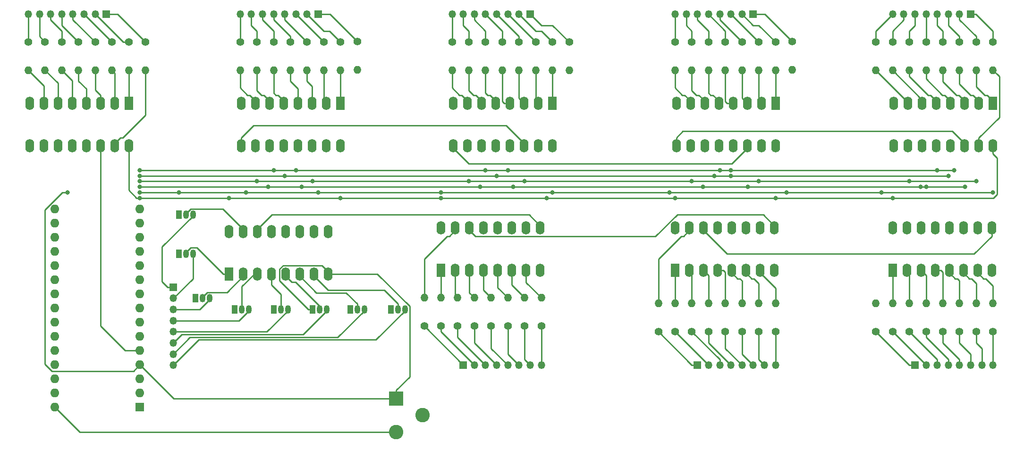
<source format=gtl>
G04 #@! TF.GenerationSoftware,KiCad,Pcbnew,(5.1.4-0-10_14)*
G04 #@! TF.CreationDate,2019-12-07T21:02:57+00:00*
G04 #@! TF.ProjectId,LED_cube_with_74HCT595,4c45445f-6375-4626-955f-776974685f37,rev?*
G04 #@! TF.SameCoordinates,Original*
G04 #@! TF.FileFunction,Copper,L1,Top*
G04 #@! TF.FilePolarity,Positive*
%FSLAX46Y46*%
G04 Gerber Fmt 4.6, Leading zero omitted, Abs format (unit mm)*
G04 Created by KiCad (PCBNEW (5.1.4-0-10_14)) date 2019-12-07 21:02:57*
%MOMM*%
%LPD*%
G04 APERTURE LIST*
%ADD10O,1.600000X1.600000*%
%ADD11R,1.600000X1.600000*%
%ADD12O,1.600000X2.400000*%
%ADD13R,1.600000X2.400000*%
%ADD14O,1.350000X1.350000*%
%ADD15R,1.350000X1.350000*%
%ADD16O,1.050000X1.500000*%
%ADD17R,1.050000X1.500000*%
%ADD18C,1.400000*%
%ADD19O,1.400000X1.400000*%
%ADD20R,2.600000X2.600000*%
%ADD21C,2.600000*%
%ADD22C,0.800000*%
%ADD23C,0.250000*%
G04 APERTURE END LIST*
D10*
X31760000Y-63000000D03*
X47000000Y-63000000D03*
X31760000Y-98560000D03*
X47000000Y-65540000D03*
X31760000Y-96020000D03*
X47000000Y-68080000D03*
X31760000Y-93480000D03*
X47000000Y-70620000D03*
X31760000Y-90940000D03*
X47000000Y-73160000D03*
X31760000Y-88400000D03*
X47000000Y-75700000D03*
X31760000Y-85860000D03*
X47000000Y-78240000D03*
X31760000Y-83320000D03*
X47000000Y-80780000D03*
X31760000Y-80780000D03*
X47000000Y-83320000D03*
X31760000Y-78240000D03*
X47000000Y-85860000D03*
X31760000Y-75700000D03*
X47000000Y-88400000D03*
X31760000Y-73160000D03*
X47000000Y-90940000D03*
X31760000Y-70620000D03*
X47000000Y-93480000D03*
X31760000Y-68080000D03*
X47000000Y-96020000D03*
X31760000Y-65540000D03*
D11*
X47000000Y-98560000D03*
D12*
X200000000Y-51620000D03*
X182220000Y-44000000D03*
X197460000Y-51620000D03*
X184760000Y-44000000D03*
X194920000Y-51620000D03*
X187300000Y-44000000D03*
X192380000Y-51620000D03*
X189840000Y-44000000D03*
X189840000Y-51620000D03*
X192380000Y-44000000D03*
X187300000Y-51620000D03*
X194920000Y-44000000D03*
X184760000Y-51620000D03*
X197460000Y-44000000D03*
X182220000Y-51620000D03*
D13*
X200000000Y-44000000D03*
D12*
X161000000Y-51620000D03*
X143220000Y-44000000D03*
X158460000Y-51620000D03*
X145760000Y-44000000D03*
X155920000Y-51620000D03*
X148300000Y-44000000D03*
X153380000Y-51620000D03*
X150840000Y-44000000D03*
X150840000Y-51620000D03*
X153380000Y-44000000D03*
X148300000Y-51620000D03*
X155920000Y-44000000D03*
X145760000Y-51620000D03*
X158460000Y-44000000D03*
X143220000Y-51620000D03*
D13*
X161000000Y-44000000D03*
X101000000Y-74000000D03*
D12*
X118780000Y-66380000D03*
X103540000Y-74000000D03*
X116240000Y-66380000D03*
X106080000Y-74000000D03*
X113700000Y-66380000D03*
X108620000Y-74000000D03*
X111160000Y-66380000D03*
X111160000Y-74000000D03*
X108620000Y-66380000D03*
X113700000Y-74000000D03*
X106080000Y-66380000D03*
X116240000Y-74000000D03*
X103540000Y-66380000D03*
X118780000Y-74000000D03*
X101000000Y-66380000D03*
X143000000Y-66380000D03*
X160780000Y-74000000D03*
X145540000Y-66380000D03*
X158240000Y-74000000D03*
X148080000Y-66380000D03*
X155700000Y-74000000D03*
X150620000Y-66380000D03*
X153160000Y-74000000D03*
X153160000Y-66380000D03*
X150620000Y-74000000D03*
X155700000Y-66380000D03*
X148080000Y-74000000D03*
X158240000Y-66380000D03*
X145540000Y-74000000D03*
X160780000Y-66380000D03*
D13*
X143000000Y-74000000D03*
D14*
X27000000Y-28000000D03*
X29000000Y-28000000D03*
X31000000Y-28000000D03*
X33000000Y-28000000D03*
X35000000Y-28000000D03*
X37000000Y-28000000D03*
X39000000Y-28000000D03*
D15*
X41000000Y-28000000D03*
X105000000Y-91000000D03*
D14*
X107000000Y-91000000D03*
X109000000Y-91000000D03*
X111000000Y-91000000D03*
X113000000Y-91000000D03*
X115000000Y-91000000D03*
X117000000Y-91000000D03*
X119000000Y-91000000D03*
D15*
X79000000Y-28000000D03*
D14*
X77000000Y-28000000D03*
X75000000Y-28000000D03*
X73000000Y-28000000D03*
X71000000Y-28000000D03*
X69000000Y-28000000D03*
X67000000Y-28000000D03*
X65000000Y-28000000D03*
X161000000Y-91000000D03*
X159000000Y-91000000D03*
X157000000Y-91000000D03*
X155000000Y-91000000D03*
X153000000Y-91000000D03*
X151000000Y-91000000D03*
X149000000Y-91000000D03*
D15*
X147000000Y-91000000D03*
D14*
X103000000Y-28000000D03*
X105000000Y-28000000D03*
X107000000Y-28000000D03*
X109000000Y-28000000D03*
X111000000Y-28000000D03*
X113000000Y-28000000D03*
X115000000Y-28000000D03*
D15*
X117000000Y-28000000D03*
D14*
X200000000Y-91000000D03*
X198000000Y-91000000D03*
X196000000Y-91000000D03*
X194000000Y-91000000D03*
X192000000Y-91000000D03*
X190000000Y-91000000D03*
X188000000Y-91000000D03*
D15*
X186000000Y-91000000D03*
D14*
X53000000Y-91000000D03*
X53000000Y-89000000D03*
X53000000Y-87000000D03*
X53000000Y-85000000D03*
X53000000Y-83000000D03*
X53000000Y-81000000D03*
X53000000Y-79000000D03*
D15*
X53000000Y-77000000D03*
X157000000Y-28000000D03*
D14*
X155000000Y-28000000D03*
X153000000Y-28000000D03*
X151000000Y-28000000D03*
X149000000Y-28000000D03*
X147000000Y-28000000D03*
X145000000Y-28000000D03*
X143000000Y-28000000D03*
D15*
X196000000Y-28000000D03*
D14*
X194000000Y-28000000D03*
X192000000Y-28000000D03*
X190000000Y-28000000D03*
X188000000Y-28000000D03*
X186000000Y-28000000D03*
X184000000Y-28000000D03*
X182000000Y-28000000D03*
D16*
X55270000Y-64000000D03*
X56540000Y-64000000D03*
D17*
X54000000Y-64000000D03*
X57000000Y-79000000D03*
D16*
X59540000Y-79000000D03*
X58270000Y-79000000D03*
X72270000Y-81000000D03*
X73540000Y-81000000D03*
D17*
X71000000Y-81000000D03*
X84730000Y-81000000D03*
D16*
X87270000Y-81000000D03*
X86000000Y-81000000D03*
X55270000Y-71000000D03*
X56540000Y-71000000D03*
D17*
X54000000Y-71000000D03*
D16*
X65270000Y-81000000D03*
X66540000Y-81000000D03*
D17*
X64000000Y-81000000D03*
D16*
X79270000Y-81000000D03*
X80540000Y-81000000D03*
D17*
X78000000Y-81000000D03*
X92000000Y-81000000D03*
D16*
X94540000Y-81000000D03*
X93270000Y-81000000D03*
D18*
X48000000Y-33000000D03*
D19*
X48000000Y-38080000D03*
X45000000Y-38080000D03*
D18*
X45000000Y-33000000D03*
D19*
X119000000Y-78920000D03*
D18*
X119000000Y-84000000D03*
X42000000Y-33000000D03*
D19*
X42000000Y-38080000D03*
D18*
X116000000Y-84000000D03*
D19*
X116000000Y-78920000D03*
X39000000Y-38080000D03*
D18*
X39000000Y-33000000D03*
D19*
X113000000Y-78920000D03*
D18*
X113000000Y-84000000D03*
X36000000Y-33000000D03*
D19*
X36000000Y-38080000D03*
D18*
X110000000Y-84000000D03*
D19*
X110000000Y-78920000D03*
X33000000Y-38080000D03*
D18*
X33000000Y-33000000D03*
D19*
X107000000Y-78920000D03*
D18*
X107000000Y-84000000D03*
X30000000Y-33000000D03*
D19*
X30000000Y-38080000D03*
D18*
X104000000Y-84000000D03*
D19*
X104000000Y-78920000D03*
X27000000Y-38080000D03*
D18*
X27000000Y-33000000D03*
D19*
X101000000Y-78920000D03*
D18*
X101000000Y-84000000D03*
D19*
X98000000Y-78920000D03*
D18*
X98000000Y-84000000D03*
D19*
X86000000Y-38000000D03*
D18*
X86000000Y-32920000D03*
X83000000Y-33000000D03*
D19*
X83000000Y-38080000D03*
D18*
X161000000Y-85000000D03*
D19*
X161000000Y-79920000D03*
X80000000Y-38080000D03*
D18*
X80000000Y-33000000D03*
D19*
X158000000Y-79920000D03*
D18*
X158000000Y-85000000D03*
X77000000Y-33000000D03*
D19*
X77000000Y-38080000D03*
D18*
X155000000Y-85000000D03*
D19*
X155000000Y-79920000D03*
X74000000Y-38080000D03*
D18*
X74000000Y-33000000D03*
D19*
X152000000Y-79920000D03*
D18*
X152000000Y-85000000D03*
X71000000Y-33000000D03*
D19*
X71000000Y-38080000D03*
D18*
X149000000Y-85000000D03*
D19*
X149000000Y-79920000D03*
X68000000Y-38080000D03*
D18*
X68000000Y-33000000D03*
D19*
X146000000Y-79920000D03*
D18*
X146000000Y-85000000D03*
X65000000Y-33000000D03*
D19*
X65000000Y-38080000D03*
D18*
X143000000Y-85000000D03*
D19*
X143000000Y-79920000D03*
X140000000Y-79920000D03*
D18*
X140000000Y-85000000D03*
X124000000Y-33000000D03*
D19*
X124000000Y-38080000D03*
X121000000Y-38080000D03*
D18*
X121000000Y-33000000D03*
D19*
X200000000Y-79920000D03*
D18*
X200000000Y-85000000D03*
X118000000Y-33000000D03*
D19*
X118000000Y-38080000D03*
D18*
X197000000Y-85000000D03*
D19*
X197000000Y-79920000D03*
X115000000Y-38080000D03*
D18*
X115000000Y-33000000D03*
D19*
X194000000Y-79920000D03*
D18*
X194000000Y-85000000D03*
X112000000Y-33000000D03*
D19*
X112000000Y-38080000D03*
D18*
X191000000Y-85000000D03*
D19*
X191000000Y-79920000D03*
X109000000Y-38080000D03*
D18*
X109000000Y-33000000D03*
D19*
X188000000Y-79920000D03*
D18*
X188000000Y-85000000D03*
X106000000Y-33000000D03*
D19*
X106000000Y-38080000D03*
D18*
X185000000Y-85000000D03*
D19*
X185000000Y-79920000D03*
X103000000Y-38080000D03*
D18*
X103000000Y-33000000D03*
D19*
X182000000Y-79920000D03*
D18*
X182000000Y-85000000D03*
X179000000Y-85000000D03*
D19*
X179000000Y-79920000D03*
X164000000Y-38000000D03*
D18*
X164000000Y-32920000D03*
X161000000Y-33000000D03*
D19*
X161000000Y-38080000D03*
D18*
X179000000Y-33000000D03*
D19*
X179000000Y-38080000D03*
X158000000Y-38080000D03*
D18*
X158000000Y-33000000D03*
D19*
X182000000Y-38080000D03*
D18*
X182000000Y-33000000D03*
X155000000Y-33000000D03*
D19*
X155000000Y-38080000D03*
D18*
X185000000Y-33000000D03*
D19*
X185000000Y-38080000D03*
X152000000Y-38080000D03*
D18*
X152000000Y-33000000D03*
D19*
X188000000Y-38080000D03*
D18*
X188000000Y-33000000D03*
X149000000Y-33000000D03*
D19*
X149000000Y-38080000D03*
D18*
X191000000Y-33000000D03*
D19*
X191000000Y-38080000D03*
X146000000Y-38080000D03*
D18*
X146000000Y-33000000D03*
X194000000Y-33000000D03*
D19*
X194000000Y-38080000D03*
D18*
X143000000Y-33000000D03*
D19*
X143000000Y-38080000D03*
X197000000Y-38080000D03*
D18*
X197000000Y-33000000D03*
X200000000Y-33000000D03*
D19*
X200000000Y-38080000D03*
D12*
X45000000Y-51620000D03*
X27220000Y-44000000D03*
X42460000Y-51620000D03*
X29760000Y-44000000D03*
X39920000Y-51620000D03*
X32300000Y-44000000D03*
X37380000Y-51620000D03*
X34840000Y-44000000D03*
X34840000Y-51620000D03*
X37380000Y-44000000D03*
X32300000Y-51620000D03*
X39920000Y-44000000D03*
X29760000Y-51620000D03*
X42460000Y-44000000D03*
X27220000Y-51620000D03*
D13*
X45000000Y-44000000D03*
X63000000Y-74620000D03*
D12*
X80780000Y-67000000D03*
X65540000Y-74620000D03*
X78240000Y-67000000D03*
X68080000Y-74620000D03*
X75700000Y-67000000D03*
X70620000Y-74620000D03*
X73160000Y-67000000D03*
X73160000Y-74620000D03*
X70620000Y-67000000D03*
X75700000Y-74620000D03*
X68080000Y-67000000D03*
X78240000Y-74620000D03*
X65540000Y-67000000D03*
X80780000Y-74620000D03*
X63000000Y-67000000D03*
X83000000Y-51620000D03*
X65220000Y-44000000D03*
X80460000Y-51620000D03*
X67760000Y-44000000D03*
X77920000Y-51620000D03*
X70300000Y-44000000D03*
X75380000Y-51620000D03*
X72840000Y-44000000D03*
X72840000Y-51620000D03*
X75380000Y-44000000D03*
X70300000Y-51620000D03*
X77920000Y-44000000D03*
X67760000Y-51620000D03*
X80460000Y-44000000D03*
X65220000Y-51620000D03*
D13*
X83000000Y-44000000D03*
X121000000Y-44000000D03*
D12*
X103220000Y-51620000D03*
X118460000Y-44000000D03*
X105760000Y-51620000D03*
X115920000Y-44000000D03*
X108300000Y-51620000D03*
X113380000Y-44000000D03*
X110840000Y-51620000D03*
X110840000Y-44000000D03*
X113380000Y-51620000D03*
X108300000Y-44000000D03*
X115920000Y-51620000D03*
X105760000Y-44000000D03*
X118460000Y-51620000D03*
X103220000Y-44000000D03*
X121000000Y-51620000D03*
D13*
X182000000Y-74000000D03*
D12*
X199780000Y-66380000D03*
X184540000Y-74000000D03*
X197240000Y-66380000D03*
X187080000Y-74000000D03*
X194700000Y-66380000D03*
X189620000Y-74000000D03*
X192160000Y-66380000D03*
X192160000Y-74000000D03*
X189620000Y-66380000D03*
X194700000Y-74000000D03*
X187080000Y-66380000D03*
X197240000Y-74000000D03*
X184540000Y-66380000D03*
X199780000Y-74000000D03*
X182000000Y-66380000D03*
D20*
X93000000Y-97000000D03*
D21*
X93000000Y-103000000D03*
X97700000Y-100000000D03*
D22*
X47000000Y-60000000D03*
X79000000Y-60000000D03*
X66000000Y-60000000D03*
X101000000Y-60000000D03*
X121000000Y-60000000D03*
X142000000Y-60000000D03*
X163000000Y-60000000D03*
X180000000Y-60000000D03*
X200000000Y-60000000D03*
X34000000Y-60000000D03*
X54000000Y-60000000D03*
X73000000Y-57000000D03*
X47000000Y-59000000D03*
X70000000Y-59000000D03*
X76000000Y-59000000D03*
X108000000Y-59000000D03*
X114000000Y-59000000D03*
X156000000Y-59000000D03*
X148000000Y-59000000D03*
X188000000Y-59000000D03*
X187000000Y-59000000D03*
X195000000Y-59000000D03*
X47000000Y-58000000D03*
X68000000Y-58000000D03*
X78000000Y-58000000D03*
X106000000Y-58000000D03*
X116000000Y-58000000D03*
X158000000Y-58000000D03*
X146000000Y-58000000D03*
X197000000Y-58000000D03*
X185000000Y-58000000D03*
X47000000Y-57000000D03*
X111000000Y-57000000D03*
X150000000Y-57000000D03*
X153000000Y-57000000D03*
X192000000Y-57000000D03*
X47000000Y-56000000D03*
X75000000Y-56000000D03*
X71000000Y-56000000D03*
X113000000Y-56000000D03*
X109000000Y-56000000D03*
X153000000Y-56000000D03*
X151000000Y-56000000D03*
X193000000Y-56000000D03*
X190000000Y-56000000D03*
X47000000Y-61000000D03*
X83000000Y-61000000D03*
X120000000Y-61000000D03*
X101000000Y-61000000D03*
X143000000Y-61000000D03*
X161000000Y-61000000D03*
X182000000Y-61000000D03*
X63000000Y-61000000D03*
D23*
X118780000Y-74000000D02*
X118780000Y-73600000D01*
X47000000Y-60000000D02*
X54000000Y-60000000D01*
X66000000Y-60000000D02*
X79000000Y-60000000D01*
X79000000Y-60000000D02*
X101000000Y-60000000D01*
X101000000Y-60000000D02*
X121000000Y-60000000D01*
X121000000Y-60000000D02*
X142000000Y-60000000D01*
X142000000Y-60000000D02*
X163000000Y-60000000D01*
X163000000Y-60000000D02*
X180000000Y-60000000D01*
X180000000Y-60000000D02*
X200000000Y-60000000D01*
X31219999Y-92065001D02*
X30000000Y-90845002D01*
X45874999Y-92065001D02*
X31219999Y-92065001D01*
X47000000Y-90940000D02*
X45874999Y-92065001D01*
X33094998Y-60000000D02*
X34000000Y-60000000D01*
X30000000Y-63094998D02*
X33094998Y-60000000D01*
X30000000Y-90845002D02*
X30000000Y-63094998D01*
X66000000Y-60000000D02*
X54000000Y-60000000D01*
X53060000Y-97000000D02*
X71000000Y-97000000D01*
X53060000Y-97000000D02*
X93000000Y-97000000D01*
X47000000Y-90940000D02*
X53060000Y-97000000D01*
X81830000Y-74620000D02*
X80780000Y-74620000D01*
X89587095Y-74620000D02*
X81830000Y-74620000D01*
X95390010Y-80422915D02*
X89587095Y-74620000D01*
X95390010Y-93059990D02*
X95390010Y-80422915D01*
X93000000Y-95450000D02*
X95390010Y-93059990D01*
X93000000Y-97000000D02*
X93000000Y-95450000D01*
X72034990Y-75809990D02*
X77225000Y-81000000D01*
X72034990Y-73754006D02*
X72034990Y-75809990D01*
X77225000Y-81000000D02*
X78000000Y-81000000D01*
X72694006Y-73094990D02*
X72034990Y-73754006D01*
X79654990Y-73094990D02*
X72694006Y-73094990D01*
X80780000Y-74220000D02*
X79654990Y-73094990D01*
X80780000Y-74620000D02*
X80780000Y-74220000D01*
X39920000Y-51220000D02*
X39920000Y-51620000D01*
X39920000Y-52020000D02*
X39920000Y-51620000D01*
X47000000Y-88400000D02*
X44400000Y-88400000D01*
X39920000Y-83920000D02*
X39920000Y-51620000D01*
X44400000Y-88400000D02*
X39920000Y-83920000D01*
X47000000Y-59000000D02*
X70000000Y-59000000D01*
X70000000Y-59000000D02*
X76000000Y-59000000D01*
X76000000Y-59000000D02*
X108000000Y-59000000D01*
X108000000Y-59000000D02*
X114000000Y-59000000D01*
X114000000Y-59000000D02*
X148000000Y-59000000D01*
X156000000Y-59000000D02*
X187000000Y-59000000D01*
X148000000Y-59000000D02*
X156000000Y-59000000D01*
X188000000Y-59000000D02*
X195000000Y-59000000D01*
X187000000Y-59000000D02*
X188000000Y-59000000D01*
X47000000Y-58000000D02*
X68000000Y-58000000D01*
X68000000Y-58000000D02*
X78000000Y-58000000D01*
X78000000Y-58000000D02*
X106000000Y-58000000D01*
X106000000Y-58000000D02*
X116000000Y-58000000D01*
X116000000Y-58000000D02*
X146000000Y-58000000D01*
X158000000Y-58000000D02*
X185000000Y-58000000D01*
X146000000Y-58000000D02*
X158000000Y-58000000D01*
X185000000Y-58000000D02*
X197000000Y-58000000D01*
X47000000Y-57000000D02*
X111000000Y-57000000D01*
X111000000Y-57000000D02*
X150000000Y-57000000D01*
X150000000Y-57000000D02*
X153000000Y-57000000D01*
X153000000Y-57000000D02*
X192000000Y-57000000D01*
X47000000Y-56000000D02*
X71000000Y-56000000D01*
X75000000Y-56000000D02*
X109000000Y-56000000D01*
X71000000Y-56000000D02*
X75000000Y-56000000D01*
X113000000Y-56000000D02*
X151000000Y-56000000D01*
X109000000Y-56000000D02*
X113000000Y-56000000D01*
X153000000Y-56000000D02*
X190000000Y-56000000D01*
X151000000Y-56000000D02*
X153000000Y-56000000D01*
X190000000Y-56000000D02*
X193000000Y-56000000D01*
X45000000Y-52020000D02*
X45000000Y-51620000D01*
X135000000Y-61000000D02*
X120000000Y-61000000D01*
X135000000Y-61000000D02*
X143000000Y-61000000D01*
X47000000Y-61000000D02*
X63000000Y-61000000D01*
X83000000Y-61000000D02*
X101000000Y-61000000D01*
X63000000Y-61000000D02*
X83000000Y-61000000D01*
X120000000Y-61000000D02*
X113000000Y-61000000D01*
X101000000Y-61000000D02*
X135000000Y-61000000D01*
X143000000Y-61000000D02*
X161000000Y-61000000D01*
X161000000Y-61000000D02*
X182000000Y-61000000D01*
X46434315Y-61000000D02*
X47000000Y-61000000D01*
X45000000Y-59565685D02*
X46434315Y-61000000D01*
X45000000Y-51620000D02*
X45000000Y-59565685D01*
X200000000Y-53070000D02*
X200000000Y-51620000D01*
X200725001Y-53795001D02*
X200000000Y-53070000D01*
X200725001Y-60348001D02*
X200725001Y-53795001D01*
X200073002Y-61000000D02*
X200725001Y-60348001D01*
X182000000Y-61000000D02*
X200073002Y-61000000D01*
X71000000Y-103000000D02*
X36200000Y-103000000D01*
X36200000Y-103000000D02*
X31760000Y-98560000D01*
X93000000Y-103000000D02*
X36200000Y-103000000D01*
X43000000Y-28000000D02*
X48000000Y-33000000D01*
X41000000Y-28000000D02*
X43000000Y-28000000D01*
X44000000Y-33000000D02*
X45000000Y-33000000D01*
X39000000Y-28000000D02*
X44000000Y-33000000D01*
X37000000Y-28000000D02*
X42000000Y-33000000D01*
X35000000Y-29000000D02*
X39000000Y-33000000D01*
X35000000Y-28000000D02*
X35000000Y-29000000D01*
X33000000Y-30000000D02*
X36000000Y-33000000D01*
X33000000Y-28000000D02*
X33000000Y-30000000D01*
X31000000Y-28000000D02*
X31000000Y-29000000D01*
X33000000Y-31000000D02*
X33000000Y-33000000D01*
X31000000Y-29000000D02*
X33000000Y-31000000D01*
X29000000Y-32000000D02*
X30000000Y-33000000D01*
X29000000Y-28000000D02*
X29000000Y-32000000D01*
X27000000Y-28000000D02*
X27000000Y-33000000D01*
X119000000Y-91000000D02*
X119000000Y-84000000D01*
X116000000Y-90000000D02*
X117000000Y-91000000D01*
X116000000Y-84000000D02*
X116000000Y-90000000D01*
X113000000Y-89000000D02*
X115000000Y-91000000D01*
X113000000Y-84000000D02*
X113000000Y-89000000D01*
X110000000Y-88000000D02*
X113000000Y-91000000D01*
X110000000Y-84000000D02*
X110000000Y-88000000D01*
X107000000Y-87000000D02*
X111000000Y-91000000D01*
X107000000Y-84000000D02*
X107000000Y-87000000D01*
X104000000Y-86000000D02*
X109000000Y-91000000D01*
X104000000Y-84000000D02*
X104000000Y-86000000D01*
X101000000Y-85000000D02*
X107000000Y-91000000D01*
X101000000Y-84000000D02*
X101000000Y-85000000D01*
X98000000Y-84000000D02*
X105000000Y-91000000D01*
X65000000Y-33000000D02*
X65000000Y-28000000D01*
X67000000Y-28000000D02*
X67000000Y-30000000D01*
X68000000Y-31000000D02*
X68000000Y-33000000D01*
X67000000Y-30000000D02*
X68000000Y-31000000D01*
X69000000Y-28000000D02*
X69000000Y-29000000D01*
X71000000Y-31000000D02*
X71000000Y-33000000D01*
X69000000Y-29000000D02*
X71000000Y-31000000D01*
X71000000Y-28000000D02*
X71000000Y-29000000D01*
X74000000Y-32000000D02*
X74000000Y-33000000D01*
X71000000Y-29000000D02*
X74000000Y-32000000D01*
X73000000Y-29000000D02*
X77000000Y-33000000D01*
X73000000Y-28000000D02*
X73000000Y-29000000D01*
X75000000Y-28000000D02*
X80000000Y-33000000D01*
X77000000Y-28000000D02*
X80000000Y-31000000D01*
X81000000Y-31000000D02*
X83000000Y-33000000D01*
X80000000Y-31000000D02*
X81000000Y-31000000D01*
X81080000Y-28000000D02*
X86000000Y-32920000D01*
X79000000Y-28000000D02*
X81080000Y-28000000D01*
X146000000Y-91000000D02*
X140000000Y-85000000D01*
X147000000Y-91000000D02*
X146000000Y-91000000D01*
X149000000Y-91000000D02*
X143000000Y-85000000D01*
X151000000Y-90000000D02*
X151000000Y-91000000D01*
X146000000Y-85000000D02*
X151000000Y-90000000D01*
X149000000Y-87000000D02*
X153000000Y-91000000D01*
X149000000Y-85000000D02*
X149000000Y-87000000D01*
X152000000Y-88000000D02*
X155000000Y-91000000D01*
X152000000Y-85000000D02*
X152000000Y-88000000D01*
X155000000Y-89000000D02*
X157000000Y-91000000D01*
X155000000Y-85000000D02*
X155000000Y-89000000D01*
X158000000Y-90000000D02*
X159000000Y-91000000D01*
X158000000Y-85000000D02*
X158000000Y-90000000D01*
X161000000Y-85000000D02*
X161000000Y-91000000D01*
X117000000Y-28000000D02*
X119000000Y-30000000D01*
X121000000Y-30000000D02*
X124000000Y-33000000D01*
X119000000Y-30000000D02*
X121000000Y-30000000D01*
X115000000Y-28000000D02*
X118000000Y-31000000D01*
X119000000Y-31000000D02*
X121000000Y-33000000D01*
X118000000Y-31000000D02*
X119000000Y-31000000D01*
X113000000Y-28000000D02*
X118000000Y-33000000D01*
X115000000Y-32000000D02*
X115000000Y-33000000D01*
X111000000Y-28000000D02*
X115000000Y-32000000D01*
X109000000Y-28000000D02*
X112000000Y-31000000D01*
X112000000Y-31000000D02*
X112000000Y-33000000D01*
X107000000Y-28000000D02*
X107000000Y-29000000D01*
X109000000Y-31000000D02*
X109000000Y-33000000D01*
X107000000Y-29000000D02*
X109000000Y-31000000D01*
X105000000Y-28000000D02*
X105000000Y-30000000D01*
X106000000Y-31000000D02*
X106000000Y-33000000D01*
X105000000Y-30000000D02*
X106000000Y-31000000D01*
X103000000Y-28000000D02*
X103000000Y-33000000D01*
X185000000Y-91000000D02*
X179000000Y-85000000D01*
X186000000Y-91000000D02*
X185000000Y-91000000D01*
X188000000Y-91000000D02*
X182000000Y-85000000D01*
X190000000Y-91000000D02*
X190000000Y-90000000D01*
X190000000Y-90000000D02*
X185000000Y-85000000D01*
X192000000Y-90000000D02*
X192000000Y-91000000D01*
X188000000Y-86000000D02*
X192000000Y-90000000D01*
X188000000Y-85000000D02*
X188000000Y-86000000D01*
X194000000Y-91000000D02*
X194000000Y-90000000D01*
X191000000Y-87000000D02*
X191000000Y-85000000D01*
X194000000Y-90000000D02*
X191000000Y-87000000D01*
X194000000Y-85000000D02*
X194000000Y-87000000D01*
X194000000Y-87000000D02*
X196000000Y-89000000D01*
X196000000Y-89000000D02*
X196000000Y-91000000D01*
X197000000Y-85000000D02*
X197000000Y-87000000D01*
X198000000Y-91000000D02*
X198000000Y-88000000D01*
X198000000Y-88000000D02*
X197000000Y-87000000D01*
X200000000Y-85000000D02*
X200000000Y-91000000D01*
X56540000Y-64225000D02*
X51000000Y-69765000D01*
X56540000Y-64000000D02*
X56540000Y-64225000D01*
X51000000Y-69765000D02*
X51000000Y-76000000D01*
X52000000Y-77000000D02*
X53000000Y-77000000D01*
X51000000Y-76000000D02*
X52000000Y-77000000D01*
X56540000Y-75460000D02*
X53000000Y-79000000D01*
X56540000Y-71000000D02*
X56540000Y-75460000D01*
X59540000Y-79225000D02*
X57765000Y-81000000D01*
X57765000Y-81000000D02*
X53000000Y-81000000D01*
X59540000Y-79000000D02*
X59540000Y-79225000D01*
X64765000Y-83000000D02*
X53000000Y-83000000D01*
X66540000Y-81225000D02*
X64765000Y-83000000D01*
X66540000Y-81000000D02*
X66540000Y-81225000D01*
X73540000Y-81225000D02*
X69765000Y-85000000D01*
X69765000Y-85000000D02*
X53000000Y-85000000D01*
X73540000Y-81000000D02*
X73540000Y-81225000D01*
X54549990Y-85450010D02*
X53000000Y-87000000D01*
X76314990Y-85450010D02*
X54549990Y-85450010D01*
X80540000Y-81225000D02*
X76314990Y-85450010D01*
X80540000Y-81000000D02*
X80540000Y-81225000D01*
X87270000Y-81225000D02*
X82495000Y-86000000D01*
X87270000Y-81000000D02*
X87270000Y-81225000D01*
X56000000Y-86000000D02*
X53000000Y-89000000D01*
X82495000Y-86000000D02*
X56000000Y-86000000D01*
X94540000Y-81225000D02*
X89314990Y-86450010D01*
X94540000Y-81000000D02*
X94540000Y-81225000D01*
X57549990Y-86450010D02*
X53000000Y-91000000D01*
X89314990Y-86450010D02*
X57549990Y-86450010D01*
X143000000Y-28000000D02*
X143000000Y-33000000D01*
X145000000Y-28000000D02*
X145000000Y-30000000D01*
X146000000Y-31000000D02*
X146000000Y-33000000D01*
X145000000Y-30000000D02*
X146000000Y-31000000D01*
X147000000Y-28000000D02*
X147000000Y-29000000D01*
X149000000Y-31000000D02*
X149000000Y-33000000D01*
X147000000Y-29000000D02*
X149000000Y-31000000D01*
X149000000Y-28000000D02*
X152000000Y-31000000D01*
X152000000Y-31000000D02*
X152000000Y-33000000D01*
X151000000Y-29000000D02*
X155000000Y-33000000D01*
X151000000Y-28000000D02*
X151000000Y-29000000D01*
X153000000Y-28000000D02*
X158000000Y-33000000D01*
X157000000Y-30000000D02*
X158000000Y-30000000D01*
X155000000Y-28000000D02*
X157000000Y-30000000D01*
X158000000Y-30000000D02*
X161000000Y-33000000D01*
X159080000Y-28000000D02*
X164000000Y-32920000D01*
X157000000Y-28000000D02*
X159080000Y-28000000D01*
X179000000Y-31000000D02*
X179000000Y-33000000D01*
X182000000Y-28000000D02*
X179000000Y-31000000D01*
X182000000Y-33000000D02*
X182000000Y-31000000D01*
X182000000Y-31000000D02*
X184000000Y-29000000D01*
X184000000Y-29000000D02*
X184000000Y-28000000D01*
X186000000Y-28000000D02*
X186000000Y-30000000D01*
X186000000Y-30000000D02*
X185000000Y-31000000D01*
X185000000Y-31000000D02*
X185000000Y-33000000D01*
X188000000Y-33000000D02*
X188000000Y-28000000D01*
X190000000Y-28000000D02*
X190000000Y-30000000D01*
X191000000Y-31000000D02*
X191000000Y-33000000D01*
X190000000Y-30000000D02*
X191000000Y-31000000D01*
X194000000Y-33000000D02*
X194000000Y-32000000D01*
X194000000Y-32000000D02*
X192000000Y-30000000D01*
X192000000Y-30000000D02*
X192000000Y-28000000D01*
X194000000Y-29000000D02*
X194000000Y-28000000D01*
X197000000Y-32000000D02*
X194000000Y-29000000D01*
X197000000Y-33000000D02*
X197000000Y-32000000D01*
X196925000Y-28000000D02*
X196000000Y-28000000D01*
X200000000Y-31075000D02*
X196925000Y-28000000D01*
X200000000Y-33000000D02*
X200000000Y-31075000D01*
X65540000Y-67000000D02*
X65540000Y-67400000D01*
X55270000Y-63775000D02*
X55270000Y-64000000D01*
X56120010Y-62924990D02*
X55270000Y-63775000D01*
X61864990Y-62924990D02*
X56120010Y-62924990D01*
X65540000Y-66600000D02*
X61864990Y-62924990D01*
X65540000Y-67000000D02*
X65540000Y-66600000D01*
X58270000Y-78775000D02*
X58270000Y-79000000D01*
X59120010Y-77924990D02*
X58270000Y-78775000D01*
X62635010Y-77924990D02*
X59120010Y-77924990D01*
X65540000Y-75020000D02*
X62635010Y-77924990D01*
X65540000Y-74620000D02*
X65540000Y-75020000D01*
X72270000Y-81000000D02*
X72270000Y-78270000D01*
X70620000Y-76620000D02*
X70620000Y-74620000D01*
X72270000Y-78270000D02*
X70620000Y-76620000D01*
X75700000Y-75020000D02*
X75700000Y-74620000D01*
X75700000Y-75020000D02*
X78680000Y-78000000D01*
X84000000Y-78000000D02*
X86000000Y-80000000D01*
X86000000Y-80000000D02*
X86000000Y-81000000D01*
X78680000Y-78000000D02*
X84000000Y-78000000D01*
X61950000Y-74620000D02*
X63000000Y-74620000D01*
X56120010Y-69924990D02*
X57254990Y-69924990D01*
X57254990Y-69924990D02*
X61950000Y-74620000D01*
X55270000Y-70775000D02*
X56120010Y-69924990D01*
X55270000Y-71000000D02*
X55270000Y-70775000D01*
X68080000Y-75020000D02*
X68000000Y-75100000D01*
X68080000Y-74620000D02*
X68080000Y-75020000D01*
X65270000Y-76881004D02*
X65270000Y-81000000D01*
X67531004Y-74620000D02*
X65270000Y-76881004D01*
X68080000Y-74620000D02*
X67531004Y-74620000D01*
X79270000Y-80409998D02*
X79270000Y-81000000D01*
X74930002Y-76070000D02*
X79270000Y-80409998D01*
X74210000Y-76070000D02*
X74930002Y-76070000D01*
X73160000Y-75020000D02*
X74210000Y-76070000D01*
X73160000Y-74620000D02*
X73160000Y-75020000D01*
X93270000Y-80000000D02*
X93270000Y-81000000D01*
X90819990Y-77549990D02*
X93270000Y-80000000D01*
X80769990Y-77549990D02*
X90819990Y-77549990D01*
X78240000Y-75020000D02*
X80769990Y-77549990D01*
X78240000Y-74620000D02*
X78240000Y-75020000D01*
X42460000Y-51220000D02*
X42460000Y-51620000D01*
X43510000Y-50170000D02*
X42460000Y-51220000D01*
X43910000Y-50170000D02*
X43510000Y-50170000D01*
X48000000Y-46080000D02*
X43910000Y-50170000D01*
X48000000Y-38080000D02*
X48000000Y-46080000D01*
X45000000Y-44000000D02*
X45000000Y-38080000D01*
X116240000Y-76160000D02*
X119000000Y-78920000D01*
X116240000Y-74000000D02*
X116240000Y-76160000D01*
X42460000Y-38540000D02*
X42000000Y-38080000D01*
X42460000Y-44000000D02*
X42460000Y-38540000D01*
X113700000Y-76620000D02*
X116000000Y-78920000D01*
X113700000Y-74000000D02*
X113700000Y-76620000D01*
X39920000Y-42550000D02*
X39000000Y-41630000D01*
X39920000Y-44000000D02*
X39920000Y-42550000D01*
X39000000Y-41630000D02*
X39000000Y-38080000D01*
X111160000Y-77080000D02*
X113000000Y-78920000D01*
X111160000Y-74000000D02*
X111160000Y-77080000D01*
X36000000Y-38080000D02*
X36000000Y-40000000D01*
X37380000Y-41380000D02*
X37380000Y-44000000D01*
X36000000Y-40000000D02*
X37380000Y-41380000D01*
X108620000Y-77540000D02*
X110000000Y-78920000D01*
X108620000Y-74000000D02*
X108620000Y-77540000D01*
X34840000Y-39920000D02*
X33000000Y-38080000D01*
X34840000Y-44000000D02*
X34840000Y-39920000D01*
X106080000Y-78000000D02*
X107000000Y-78920000D01*
X106080000Y-74000000D02*
X106080000Y-78000000D01*
X32300000Y-40380000D02*
X32300000Y-44000000D01*
X30000000Y-38080000D02*
X32300000Y-40380000D01*
X103540000Y-78460000D02*
X104000000Y-78920000D01*
X103540000Y-74000000D02*
X103540000Y-78460000D01*
X29760000Y-40840000D02*
X27000000Y-38080000D01*
X29760000Y-44000000D02*
X29760000Y-40840000D01*
X101000000Y-74000000D02*
X101000000Y-78920000D01*
X102490000Y-67830000D02*
X103540000Y-66780000D01*
X102090000Y-67830000D02*
X102490000Y-67830000D01*
X98000000Y-71920000D02*
X102090000Y-67830000D01*
X103540000Y-66780000D02*
X103540000Y-66380000D01*
X98000000Y-78920000D02*
X98000000Y-71920000D01*
X80460000Y-51220000D02*
X80460000Y-51620000D01*
X83000000Y-38080000D02*
X83000000Y-44000000D01*
X158240000Y-74400000D02*
X158240000Y-74000000D01*
X161000000Y-77160000D02*
X158240000Y-74400000D01*
X161000000Y-79920000D02*
X161000000Y-77160000D01*
X80000000Y-43540000D02*
X80460000Y-44000000D01*
X80000000Y-38080000D02*
X80000000Y-43540000D01*
X155700000Y-74400000D02*
X155700000Y-74000000D01*
X156750000Y-75450000D02*
X155700000Y-74400000D01*
X157150000Y-75450000D02*
X156750000Y-75450000D01*
X158000000Y-76300000D02*
X157150000Y-75450000D01*
X158000000Y-79920000D02*
X158000000Y-76300000D01*
X77000000Y-38080000D02*
X77000000Y-40000000D01*
X77920000Y-40920000D02*
X77920000Y-44000000D01*
X77000000Y-40000000D02*
X77920000Y-40920000D01*
X153160000Y-74400000D02*
X153160000Y-74000000D01*
X154210000Y-75450000D02*
X153160000Y-74400000D01*
X155000000Y-75840000D02*
X154610000Y-75450000D01*
X154610000Y-75450000D02*
X154210000Y-75450000D01*
X155000000Y-79920000D02*
X155000000Y-75840000D01*
X74000000Y-38080000D02*
X74000000Y-40000000D01*
X75380000Y-41380000D02*
X75380000Y-44000000D01*
X74000000Y-40000000D02*
X75380000Y-41380000D01*
X152000000Y-74330000D02*
X151670000Y-74000000D01*
X151670000Y-74000000D02*
X150620000Y-74000000D01*
X152000000Y-79920000D02*
X152000000Y-74330000D01*
X72840000Y-43600000D02*
X72840000Y-44000000D01*
X71790000Y-42550000D02*
X72840000Y-43600000D01*
X71000000Y-42160000D02*
X71390000Y-42550000D01*
X71390000Y-42550000D02*
X71790000Y-42550000D01*
X71000000Y-38080000D02*
X71000000Y-42160000D01*
X149000000Y-74920000D02*
X148080000Y-74000000D01*
X149000000Y-79920000D02*
X149000000Y-74920000D01*
X70300000Y-43600000D02*
X70300000Y-44000000D01*
X68850000Y-42550000D02*
X69250000Y-42550000D01*
X69250000Y-42550000D02*
X70300000Y-43600000D01*
X68000000Y-41700000D02*
X68850000Y-42550000D01*
X68000000Y-38080000D02*
X68000000Y-41700000D01*
X146000000Y-74460000D02*
X145540000Y-74000000D01*
X146000000Y-79920000D02*
X146000000Y-74460000D01*
X67760000Y-43600000D02*
X67760000Y-44000000D01*
X66710000Y-42550000D02*
X67760000Y-43600000D01*
X66310000Y-42550000D02*
X66710000Y-42550000D01*
X65000000Y-41240000D02*
X66310000Y-42550000D01*
X65000000Y-38080000D02*
X65000000Y-41240000D01*
X143000000Y-79920000D02*
X143000000Y-74000000D01*
X144090000Y-67830000D02*
X144490000Y-67830000D01*
X144490000Y-67830000D02*
X145540000Y-66780000D01*
X140000000Y-71920000D02*
X144090000Y-67830000D01*
X145540000Y-66780000D02*
X145540000Y-66380000D01*
X140000000Y-79920000D02*
X140000000Y-71920000D01*
X118460000Y-51220000D02*
X118460000Y-51620000D01*
X121000000Y-38080000D02*
X121000000Y-44000000D01*
X197240000Y-74400000D02*
X197240000Y-74000000D01*
X198290000Y-75450000D02*
X197240000Y-74400000D01*
X198690000Y-75450000D02*
X198290000Y-75450000D01*
X200000000Y-76760000D02*
X198690000Y-75450000D01*
X200000000Y-79920000D02*
X200000000Y-76760000D01*
X118000000Y-43540000D02*
X118460000Y-44000000D01*
X118000000Y-38080000D02*
X118000000Y-43540000D01*
X194700000Y-74400000D02*
X194700000Y-74000000D01*
X196150000Y-75450000D02*
X195750000Y-75450000D01*
X195750000Y-75450000D02*
X194700000Y-74400000D01*
X197000000Y-76300000D02*
X196150000Y-75450000D01*
X197000000Y-79920000D02*
X197000000Y-76300000D01*
X115000000Y-43080000D02*
X115920000Y-44000000D01*
X115000000Y-38080000D02*
X115000000Y-43080000D01*
X192160000Y-74400000D02*
X192160000Y-74000000D01*
X194000000Y-75840000D02*
X193610000Y-75450000D01*
X193210000Y-75450000D02*
X192160000Y-74400000D01*
X193610000Y-75450000D02*
X193210000Y-75450000D01*
X194000000Y-79920000D02*
X194000000Y-75840000D01*
X112330000Y-44000000D02*
X113380000Y-44000000D01*
X112000000Y-43670000D02*
X112330000Y-44000000D01*
X112000000Y-38080000D02*
X112000000Y-43670000D01*
X190670000Y-74000000D02*
X189620000Y-74000000D01*
X191000000Y-74330000D02*
X190670000Y-74000000D01*
X191000000Y-79920000D02*
X191000000Y-74330000D01*
X109390000Y-42550000D02*
X109790000Y-42550000D01*
X109000000Y-42160000D02*
X109390000Y-42550000D01*
X110840000Y-43600000D02*
X110840000Y-44000000D01*
X109790000Y-42550000D02*
X110840000Y-43600000D01*
X109000000Y-38080000D02*
X109000000Y-42160000D01*
X188000000Y-74920000D02*
X187080000Y-74000000D01*
X188000000Y-79920000D02*
X188000000Y-74920000D01*
X108300000Y-43600000D02*
X108300000Y-44000000D01*
X107250000Y-42550000D02*
X108300000Y-43600000D01*
X106000000Y-41700000D02*
X106850000Y-42550000D01*
X106850000Y-42550000D02*
X107250000Y-42550000D01*
X106000000Y-38080000D02*
X106000000Y-41700000D01*
X185000000Y-74460000D02*
X184540000Y-74000000D01*
X185000000Y-79920000D02*
X185000000Y-74460000D01*
X105760000Y-43600000D02*
X105760000Y-44000000D01*
X104710000Y-42550000D02*
X105760000Y-43600000D01*
X103000000Y-41240000D02*
X104310000Y-42550000D01*
X104310000Y-42550000D02*
X104710000Y-42550000D01*
X103000000Y-38080000D02*
X103000000Y-41240000D01*
X182000000Y-74000000D02*
X182000000Y-79920000D01*
X161000000Y-38080000D02*
X161000000Y-44000000D01*
X184760000Y-43600000D02*
X184760000Y-44000000D01*
X184760000Y-43840000D02*
X184760000Y-44000000D01*
X179000000Y-38080000D02*
X184760000Y-43840000D01*
X158000000Y-43540000D02*
X158460000Y-44000000D01*
X158000000Y-38080000D02*
X158000000Y-43540000D01*
X187300000Y-43380000D02*
X187300000Y-44000000D01*
X182000000Y-38080000D02*
X187300000Y-43380000D01*
X155000000Y-43080000D02*
X155920000Y-44000000D01*
X155000000Y-38080000D02*
X155000000Y-43080000D01*
X188790000Y-42550000D02*
X189840000Y-43600000D01*
X189840000Y-43600000D02*
X189840000Y-44000000D01*
X188390000Y-42550000D02*
X188790000Y-42550000D01*
X185000000Y-39160000D02*
X188390000Y-42550000D01*
X185000000Y-38080000D02*
X185000000Y-39160000D01*
X152000000Y-43670000D02*
X152330000Y-44000000D01*
X152330000Y-44000000D02*
X153380000Y-44000000D01*
X152000000Y-38080000D02*
X152000000Y-43670000D01*
X192380000Y-43600000D02*
X192380000Y-44000000D01*
X191330000Y-42550000D02*
X192380000Y-43600000D01*
X188000000Y-39620000D02*
X190930000Y-42550000D01*
X190930000Y-42550000D02*
X191330000Y-42550000D01*
X188000000Y-38080000D02*
X188000000Y-39620000D01*
X149790000Y-42550000D02*
X150840000Y-43600000D01*
X149390000Y-42550000D02*
X149790000Y-42550000D01*
X150840000Y-43600000D02*
X150840000Y-44000000D01*
X149000000Y-42160000D02*
X149390000Y-42550000D01*
X149000000Y-38080000D02*
X149000000Y-42160000D01*
X194920000Y-43600000D02*
X194920000Y-44000000D01*
X193870000Y-42550000D02*
X194920000Y-43600000D01*
X191000000Y-40080000D02*
X193470000Y-42550000D01*
X193470000Y-42550000D02*
X193870000Y-42550000D01*
X191000000Y-38080000D02*
X191000000Y-40080000D01*
X147250000Y-42550000D02*
X148300000Y-43600000D01*
X146850000Y-42550000D02*
X147250000Y-42550000D01*
X148300000Y-43600000D02*
X148300000Y-44000000D01*
X146000000Y-41700000D02*
X146850000Y-42550000D01*
X146000000Y-38080000D02*
X146000000Y-41700000D01*
X197000000Y-43540000D02*
X197460000Y-44000000D01*
X196410000Y-42550000D02*
X197460000Y-43600000D01*
X196010000Y-42550000D02*
X196410000Y-42550000D01*
X197460000Y-43600000D02*
X197460000Y-44000000D01*
X194000000Y-40540000D02*
X196010000Y-42550000D01*
X194000000Y-38080000D02*
X194000000Y-40540000D01*
X145760000Y-43600000D02*
X145760000Y-44000000D01*
X144710000Y-42550000D02*
X145760000Y-43600000D01*
X144310000Y-42550000D02*
X144710000Y-42550000D01*
X143000000Y-41240000D02*
X144310000Y-42550000D01*
X143000000Y-38080000D02*
X143000000Y-41240000D01*
X200000000Y-43600000D02*
X200000000Y-44000000D01*
X198550000Y-42550000D02*
X198950000Y-42550000D01*
X198950000Y-42550000D02*
X200000000Y-43600000D01*
X197000000Y-41000000D02*
X198550000Y-42550000D01*
X197000000Y-38080000D02*
X197000000Y-41000000D01*
X197460000Y-51220000D02*
X197460000Y-51620000D01*
X201125001Y-39205001D02*
X200699999Y-38779999D01*
X201125001Y-46504999D02*
X201125001Y-39205001D01*
X200699999Y-38779999D02*
X200000000Y-38080000D01*
X197460000Y-50170000D02*
X201125001Y-46504999D01*
X197460000Y-51620000D02*
X197460000Y-50170000D01*
X139483986Y-67905010D02*
X143388996Y-64000000D01*
X106080000Y-66780000D02*
X107205010Y-67905010D01*
X107205010Y-67905010D02*
X139483986Y-67905010D01*
X106080000Y-66380000D02*
X106080000Y-66780000D01*
X160780000Y-65980000D02*
X160780000Y-66380000D01*
X158800000Y-64000000D02*
X160780000Y-65980000D01*
X143388996Y-64000000D02*
X158800000Y-64000000D01*
X118780000Y-65980000D02*
X116800000Y-64000000D01*
X118780000Y-66380000D02*
X118780000Y-65980000D01*
X70680000Y-64000000D02*
X68080000Y-66600000D01*
X68080000Y-66600000D02*
X68080000Y-67000000D01*
X116800000Y-64000000D02*
X70680000Y-64000000D01*
X65220000Y-50170000D02*
X67390000Y-48000000D01*
X65220000Y-51620000D02*
X65220000Y-50170000D01*
X115920000Y-51220000D02*
X115920000Y-51620000D01*
X112700000Y-48000000D02*
X115920000Y-51220000D01*
X67390000Y-48000000D02*
X112700000Y-48000000D01*
X199780000Y-67830000D02*
X196610000Y-71000000D01*
X199780000Y-66380000D02*
X199780000Y-67830000D01*
X148080000Y-66780000D02*
X148080000Y-66380000D01*
X152300000Y-71000000D02*
X148080000Y-66780000D01*
X196610000Y-71000000D02*
X152300000Y-71000000D01*
X103220000Y-52020000D02*
X106000000Y-54800000D01*
X103220000Y-51620000D02*
X103220000Y-52020000D01*
X155920000Y-52020000D02*
X155920000Y-51620000D01*
X153140000Y-54800000D02*
X155920000Y-52020000D01*
X106000000Y-54800000D02*
X153140000Y-54800000D01*
X143220000Y-50170000D02*
X144390000Y-49000000D01*
X143220000Y-51620000D02*
X143220000Y-50170000D01*
X194920000Y-51220000D02*
X194920000Y-51620000D01*
X192700000Y-49000000D02*
X194920000Y-51220000D01*
X144390000Y-49000000D02*
X192700000Y-49000000D01*
M02*

</source>
